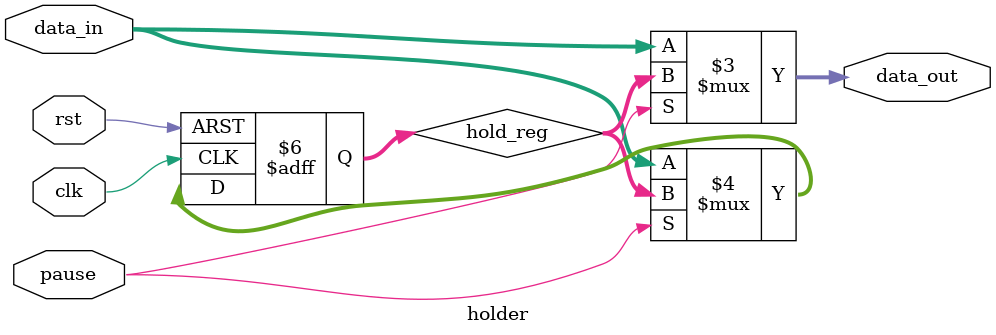
<source format=v>
`timescale 1ns / 1ps
module holder(
    input [10:0] data_in ,
	 input clk,rst,pause,
    output [10:0] data_out
    );
	 
	 reg [10:0] hold_reg;
	 
	 always @(posedge rst or posedge clk)begin 
		if (rst) hold_reg <= 0;
		else if (!pause) hold_reg <= data_in;
		end 
		
	assign data_out = pause? hold_reg : data_in;



endmodule

</source>
